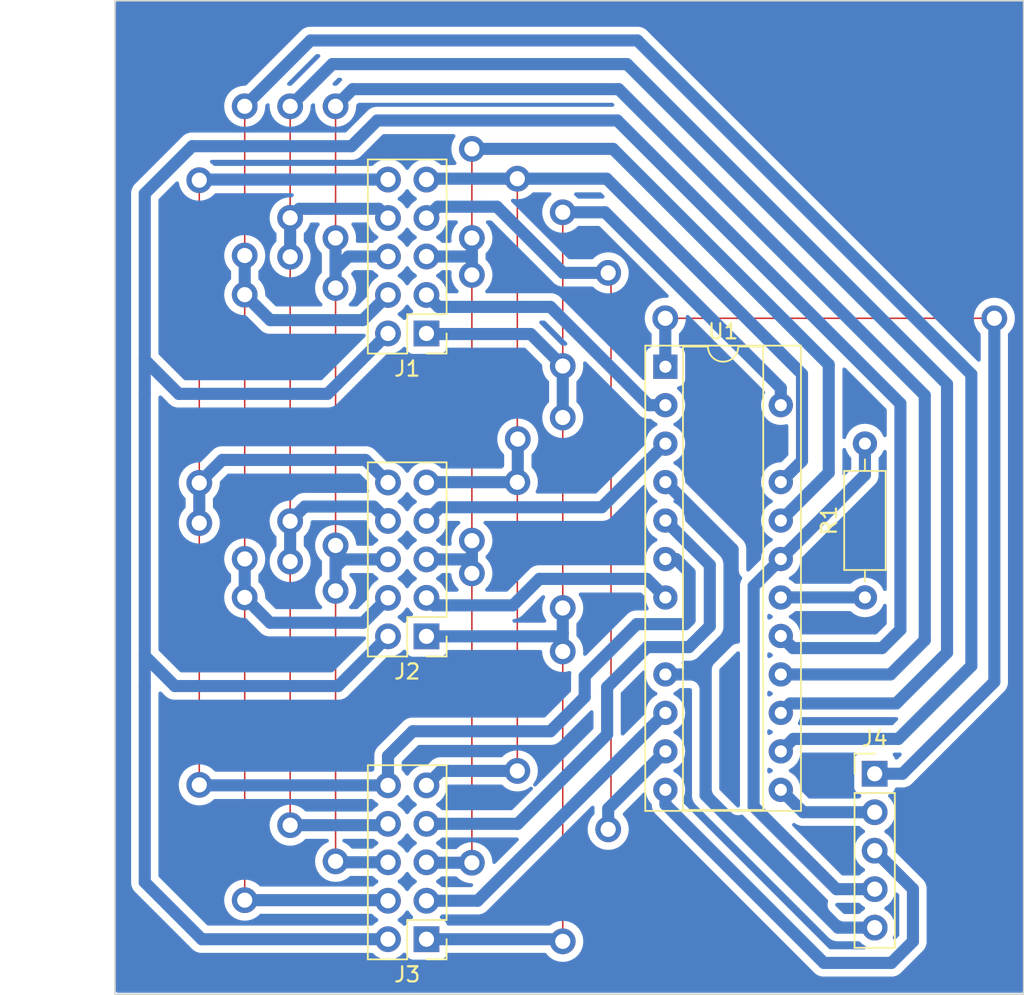
<source format=kicad_pcb>
(kicad_pcb (version 20221018) (generator pcbnew)
  (layers (0 "F.Cu" signal) (31 "B.Cu" signal) (34 "B.Paste" user) (35 "F.Paste" user) (36 "B.SilkS" user "B.Silkscreen") (37 "F.SilkS" user "F.Silkscreen") (38 "B.Mask" user) (39 "F.Mask" user) (44 "Edge.Cuts" user))
  (net 0 "")
  (net 1 "/d")
  (net 2 "/g")
  (net 3 "/0")
  (net 4 "/a")
  (net 5 "/c")
  (net 6 "/b")
  (net 7 "/1")
  (net 8 "/f")
  (net 9 "/e")
  (net 10 "/2")
  (net 11 "/DIN")
  (net 12 "/CLK")
  (net 13 "/LOAD")
  (net 14 "+5V")
  (net 15 "GND")
  (net 16 "Net-(U1-ISET)")
  (net 17 "/4")
  (net 18 "/6")
  (net 19 "/3")
  (net 20 "/5")
  (footprint "Resistor_THT:R_Axial_DIN0207_L6.3mm_D2.5mm_P10.16mm_Horizontal" (layer "F.Cu") (at 117.953 77.43 90)
    (fp_text reference "R1" (at 5.08 -2.37 90) (layer "F.SilkS"))
    (fp_text value "330K")
    (fp_line (start 1.04 0) (end 1.81 0) (stroke (width 0.12)) (layer "F.SilkS"))
    (fp_line (start 1.81 -1.37) (end 1.81 1.37) (stroke (width 0.12)) (layer "F.SilkS"))
    (fp_line (start 1.81 1.37) (end 8.35 1.37) (stroke (width 0.12)) (layer "F.SilkS"))
    (fp_line (start 8.35 -1.37) (end 1.81 -1.37) (stroke (width 0.12)) (layer "F.SilkS"))
    (fp_line (start 8.35 1.37) (end 8.35 -1.37) (stroke (width 0.12)) (layer "F.SilkS"))
    (fp_line (start 9.12 0) (end 8.35 0) (stroke (width 0.12)) (layer "F.SilkS"))
    (pad "1" thru_hole circle (at 0 0 90) (size 1.6 1.6) (drill 0.8) (layers "*.Cu" "*.Mask") (net 16 "Net-(U1-ISET)"))
    (pad "2" thru_hole oval (at 10.16 0 90) (size 1.6 1.6) (drill 0.8) (layers "*.Cu" "*.Mask") (net 14 "+5V"))
  )
  (footprint "Connector_PinHeader_2.54mm:PinHeader_2x05_P2.54mm_Vertical" (layer "F.Cu") (at 89 80 180)
    (fp_text reference "J2" (at 1.27 -2.33) (layer "F.SilkS"))
    (fp_text value "Conn_02x05_Odd_Even")
    (fp_line (start -1.33 -1.33) (end 0 -1.33) (stroke (width 0.12)) (layer "F.SilkS"))
    (fp_line (start -1.33 0) (end -1.33 -1.33) (stroke (width 0.12)) (layer "F.SilkS"))
    (fp_line (start -1.33 1.27) (end -1.33 11.49) (stroke (width 0.12)) (layer "F.SilkS"))
    (fp_line (start -1.33 1.27) (end 1.27 1.27) (stroke (width 0.12)) (layer "F.SilkS"))
    (fp_line (start -1.33 11.49) (end 3.87 11.49) (stroke (width 0.12)) (layer "F.SilkS"))
    (fp_line (start 1.27 -1.33) (end 3.87 -1.33) (stroke (width 0.12)) (layer "F.SilkS"))
    (fp_line (start 1.27 1.27) (end 1.27 -1.33) (stroke (width 0.12)) (layer "F.SilkS"))
    (fp_line (start 3.87 -1.33) (end 3.87 11.49) (stroke (width 0.12)) (layer "F.SilkS"))
    (pad "1" thru_hole rect (at 0 0 180) (size 1.7 1.7) (drill 1) (layers "*.Cu" "*.Mask") (net 1 "/d"))
    (pad "2" thru_hole oval (at 2.54 0 180) (size 1.7 1.7) (drill 1) (layers "*.Cu" "*.Mask") (net 2 "/g"))
    (pad "3" thru_hole oval (at 0 2.54 180) (size 1.7 1.7) (drill 1) (layers "*.Cu" "*.Mask") (net 19 "/3"))
    (pad "4" thru_hole oval (at 2.54 2.54 180) (size 1.7 1.7) (drill 1) (layers "*.Cu" "*.Mask") (net 4 "/a"))
    (pad "5" thru_hole oval (at 0 5.08 180) (size 1.7 1.7) (drill 1) (layers "*.Cu" "*.Mask") (net 5 "/c"))
    (pad "6" thru_hole oval (at 2.54 5.08 180) (size 1.7 1.7) (drill 1) (layers "*.Cu" "*.Mask") (net 6 "/b"))
    (pad "7" thru_hole oval (at 0 7.62 180) (size 1.7 1.7) (drill 1) (layers "*.Cu" "*.Mask") (net 17 "/4"))
    (pad "8" thru_hole oval (at 2.54 7.62 180) (size 1.7 1.7) (drill 1) (layers "*.Cu" "*.Mask") (net 8 "/f"))
    (pad "9" thru_hole oval (at 0 10.16 180) (size 1.7 1.7) (drill 1) (layers "*.Cu" "*.Mask") (net 9 "/e"))
    (pad "10" thru_hole oval (at 2.54 10.16 180) (size 1.7 1.7) (drill 1) (layers "*.Cu" "*.Mask") (net 10 "/2"))
  )
  (footprint "Connector_PinHeader_2.54mm:PinHeader_1x05_P2.54mm_Vertical" (layer "F.Cu") (at 118.597 89.074)
    (fp_text reference "J4" (at 0 -2.33) (layer "F.SilkS"))
    (fp_text value "Conn_01x05_Pin")
    (fp_line (start -1.33 -1.33) (end 0 -1.33) (stroke (width 0.12)) (layer "F.SilkS"))
    (fp_line (start -1.33 0) (end -1.33 -1.33) (stroke (width 0.12)) (layer "F.SilkS"))
    (fp_line (start -1.33 1.27) (end -1.33 11.49) (stroke (width 0.12)) (layer "F.SilkS"))
    (fp_line (start -1.33 1.27) (end 1.33 1.27) (stroke (width 0.12)) (layer "F.SilkS"))
    (fp_line (start -1.33 11.49) (end 1.33 11.49) (stroke (width 0.12)) (layer "F.SilkS"))
    (fp_line (start 1.33 1.27) (end 1.33 11.49) (stroke (width 0.12)) (layer "F.SilkS"))
    (pad "1" thru_hole rect (at 0 0) (size 1.7 1.7) (drill 1) (layers "*.Cu" "*.Mask") (net 11 "/DIN"))
    (pad "2" thru_hole oval (at 0 2.54) (size 1.7 1.7) (drill 1) (layers "*.Cu" "*.Mask") (net 12 "/CLK"))
    (pad "3" thru_hole oval (at 0 5.08) (size 1.7 1.7) (drill 1) (layers "*.Cu" "*.Mask") (net 13 "/LOAD"))
    (pad "4" thru_hole oval (at 0 7.62) (size 1.7 1.7) (drill 1) (layers "*.Cu" "*.Mask") (net 14 "+5V"))
    (pad "5" thru_hole oval (at 0 10.16) (size 1.7 1.7) (drill 1) (layers "*.Cu" "*.Mask") (net 15 "GND"))
  )
  (footprint "Connector_PinHeader_2.54mm:PinHeader_2x05_P2.54mm_Vertical" (layer "F.Cu") (at 89 100 180)
    (fp_text reference "J3" (at 1.27 -2.33) (layer "F.SilkS"))
    (fp_text value "Conn_02x05_Odd_Even")
    (fp_line (start -1.33 -1.33) (end 0 -1.33) (stroke (width 0.12)) (layer "F.SilkS"))
    (fp_line (start -1.33 0) (end -1.33 -1.33) (stroke (width 0.12)) (layer "F.SilkS"))
    (fp_line (start -1.33 1.27) (end -1.33 11.49) (stroke (width 0.12)) (layer "F.SilkS"))
    (fp_line (start -1.33 1.27) (end 1.27 1.27) (stroke (width 0.12)) (layer "F.SilkS"))
    (fp_line (start -1.33 11.49) (end 3.87 11.49) (stroke (width 0.12)) (layer "F.SilkS"))
    (fp_line (start 1.27 -1.33) (end 3.87 -1.33) (stroke (width 0.12)) (layer "F.SilkS"))
    (fp_line (start 1.27 1.27) (end 1.27 -1.33) (stroke (width 0.12)) (layer "F.SilkS"))
    (fp_line (start 3.87 -1.33) (end 3.87 11.49) (stroke (width 0.12)) (layer "F.SilkS"))
    (pad "1" thru_hole rect (at 0 0 180) (size 1.7 1.7) (drill 1) (layers "*.Cu" "*.Mask") (net 1 "/d"))
    (pad "2" thru_hole oval (at 2.54 0 180) (size 1.7 1.7) (drill 1) (layers "*.Cu" "*.Mask") (net 2 "/g"))
    (pad "3" thru_hole oval (at 0 2.54 180) (size 1.7 1.7) (drill 1) (layers "*.Cu" "*.Mask") (net 20 "/5"))
    (pad "4" thru_hole oval (at 2.54 2.54 180) (size 1.7 1.7) (drill 1) (layers "*.Cu" "*.Mask") (net 4 "/a"))
    (pad "5" thru_hole oval (at 0 5.08 180) (size 1.7 1.7) (drill 1) (layers "*.Cu" "*.Mask") (net 5 "/c"))
    (pad "6" thru_hole oval (at 2.54 5.08 180) (size 1.7 1.7) (drill 1) (layers "*.Cu" "*.Mask") (net 6 "/b"))
    (pad "7" thru_hole oval (at 0 7.62 180) (size 1.7 1.7) (drill 1) (layers "*.Cu" "*.Mask") (net 18 "/6"))
    (pad "8" thru_hole oval (at 2.54 7.62 180) (size 1.7 1.7) (drill 1) (layers "*.Cu" "*.Mask") (net 8 "/f"))
    (pad "9" thru_hole oval (at 0 10.16 180) (size 1.7 1.7) (drill 1) (layers "*.Cu" "*.Mask") (net 9 "/e"))
    (pad "10" thru_hole oval (at 2.54 10.16 180) (size 1.7 1.7) (drill 1) (layers "*.Cu" "*.Mask") (net 10 "/2"))
  )
  (footprint "Package_DIP:DIP-24_W7.62mm_Socket" (layer "F.Cu") (at 104.778 62.196)
    (fp_text reference "U1" (at 3.81 -2.33) (layer "F.SilkS"))
    (fp_text value "MAX7219")
    (fp_line (start -1.33 -1.39) (end -1.33 29.33) (stroke (width 0.12)) (layer "F.SilkS"))
    (fp_line (start -1.33 29.33) (end 8.95 29.33) (stroke (width 0.12)) (layer "F.SilkS"))
    (fp_line (start 1.16 -1.33) (end 1.16 29.27) (stroke (width 0.12)) (layer "F.SilkS"))
    (fp_line (start 1.16 29.27) (end 6.46 29.27) (stroke (width 0.12)) (layer "F.SilkS"))
    (fp_line (start 2.81 -1.33) (end 1.16 -1.33) (stroke (width 0.12)) (layer "F.SilkS"))
    (fp_line (start 6.46 -1.33) (end 4.81 -1.33) (stroke (width 0.12)) (layer "F.SilkS"))
    (fp_line (start 6.46 29.27) (end 6.46 -1.33) (stroke (width 0.12)) (layer "F.SilkS"))
    (fp_line (start 8.95 -1.39) (end -1.33 -1.39) (stroke (width 0.12)) (layer "F.SilkS"))
    (fp_line (start 8.95 29.33) (end 8.95 -1.39) (stroke (width 0.12)) (layer "F.SilkS"))
    (fp_arc (start 4.81 -1.33) (mid 3.81 -0.33) (end 2.81 -1.33) (stroke (width 0.12)) (layer "F.SilkS"))
    (pad "1" thru_hole rect (at 0 0) (size 1.6 1.6) (drill 0.8) (layers "*.Cu" "*.Mask") (net 11 "/DIN"))
    (pad "2" thru_hole oval (at 0 2.54) (size 1.6 1.6) (drill 0.8) (layers "*.Cu" "*.Mask") (net 3 "/0"))
    (pad "3" thru_hole oval (at 0 5.08) (size 1.6 1.6) (drill 0.8) (layers "*.Cu" "*.Mask") (net 17 "/4"))
    (pad "4" thru_hole oval (at 0 7.62) (size 1.6 1.6) (drill 0.8) (layers "*.Cu" "*.Mask") (net 15 "GND"))
    (pad "5" thru_hole oval (at 0 10.16) (size 1.6 1.6) (drill 0.8) (layers "*.Cu" "*.Mask") (net 18 "/6"))
    (pad "6" thru_hole oval (at 0 12.7) (size 1.6 1.6) (drill 0.8) (layers "*.Cu" "*.Mask") (net 10 "/2"))
    (pad "7" thru_hole oval (at 0 15.24) (size 1.6 1.6) (drill 0.8) (layers "*.Cu" "*.Mask") (net 19 "/3"))
    (pad "9" thru_hole oval (at 0 20.32) (size 1.6 1.6) (drill 0.8) (layers "*.Cu" "*.Mask") (net 15 "GND"))
    (pad "10" thru_hole oval (at 0 22.86) (size 1.6 1.6) (drill 0.8) (layers "*.Cu" "*.Mask") (net 20 "/5"))
    (pad "11" thru_hole oval (at 0 25.4) (size 1.6 1.6) (drill 0.8) (layers "*.Cu" "*.Mask") (net 7 "/1"))
    (pad "12" thru_hole oval (at 0 27.94) (size 1.6 1.6) (drill 0.8) (layers "*.Cu" "*.Mask") (net 13 "/LOAD"))
    (pad "13" thru_hole oval (at 7.62 27.94) (size 1.6 1.6) (drill 0.8) (layers "*.Cu" "*.Mask") (net 12 "/CLK"))
    (pad "14" thru_hole oval (at 7.62 25.4) (size 1.6 1.6) (drill 0.8) (layers "*.Cu" "*.Mask") (net 4 "/a"))
    (pad "15" thru_hole oval (at 7.62 22.86) (size 1.6 1.6) (drill 0.8) (layers "*.Cu" "*.Mask") (net 8 "/f"))
    (pad "16" thru_hole oval (at 7.62 20.32) (size 1.6 1.6) (drill 0.8) (layers "*.Cu" "*.Mask") (net 6 "/b"))
    (pad "17" thru_hole oval (at 7.62 17.78) (size 1.6 1.6) (drill 0.8) (layers "*.Cu" "*.Mask") (net 2 "/g"))
    (pad "18" thru_hole oval (at 7.62 15.24) (size 1.6 1.6) (drill 0.8) (layers "*.Cu" "*.Mask") (net 16 "Net-(U1-ISET)"))
    (pad "19" thru_hole oval (at 7.62 12.7) (size 1.6 1.6) (drill 0.8) (layers "*.Cu" "*.Mask") (net 14 "+5V"))
    (pad "20" thru_hole oval (at 7.62 10.16) (size 1.6 1.6) (drill 0.8) (layers "*.Cu" "*.Mask") (net 5 "/c"))
    (pad "21" thru_hole oval (at 7.62 7.62) (size 1.6 1.6) (drill 0.8) (layers "*.Cu" "*.Mask") (net 9 "/e"))
    (pad "23" thru_hole oval (at 7.62 2.54) (size 1.6 1.6) (drill 0.8) (layers "*.Cu" "*.Mask") (net 1 "/d"))
  )
  (footprint "Connector_PinHeader_2.54mm:PinHeader_2x05_P2.54mm_Vertical" (layer "F.Cu") (at 89 60 180)
    (fp_text reference "J1" (at 1.27 -2.33) (layer "F.SilkS"))
    (fp_text value "Conn_02x05_Odd_Even")
    (fp_line (start -1.33 -1.33) (end 0 -1.33) (stroke (width 0.12)) (layer "F.SilkS"))
    (fp_line (start -1.33 0) (end -1.33 -1.33) (stroke (width 0.12)) (layer "F.SilkS"))
    (fp_line (start -1.33 1.27) (end -1.33 11.49) (stroke (width 0.12)) (layer "F.SilkS"))
    (fp_line (start -1.33 1.27) (end 1.27 1.27) (stroke (width 0.12)) (layer "F.SilkS"))
    (fp_line (start -1.33 11.49) (end 3.87 11.49) (stroke (width 0.12)) (layer "F.SilkS"))
    (fp_line (start 1.27 -1.33) (end 3.87 -1.33) (stroke (width 0.12)) (layer "F.SilkS"))
    (fp_line (start 1.27 1.27) (end 1.27 -1.33) (stroke (width 0.12)) (layer "F.SilkS"))
    (fp_line (start 3.87 -1.33) (end 3.87 11.49) (stroke (width 0.12)) (layer "F.SilkS"))
    (pad "1" thru_hole rect (at 0 0 180) (size 1.7 1.7) (drill 1) (layers "*.Cu" "*.Mask") (net 1 "/d"))
    (pad "2" thru_hole oval (at 2.54 0 180) (size 1.7 1.7) (drill 1) (layers "*.Cu" "*.Mask") (net 2 "/g"))
    (pad "3" thru_hole oval (at 0 2.54 180) (size 1.7 1.7) (drill 1) (layers "*.Cu" "*.Mask") (net 3 "/0"))
    (pad "4" thru_hole oval (at 2.54 2.54 180) (size 1.7 1.7) (drill 1) (layers "*.Cu" "*.Mask") (net 4 "/a"))
    (pad "5" thru_hole oval (at 0 5.08 180) (size 1.7 1.7) (drill 1) (layers "*.Cu" "*.Mask") (net 5 "/c"))
    (pad "6" thru_hole oval (at 2.54 5.08 180) (size 1.7 1.7) (drill 1) (layers "*.Cu" "*.Mask") (net 6 "/b"))
    (pad "7" thru_hole oval (at 0 7.62 180) (size 1.7 1.7) (drill 1) (layers "*.Cu" "*.Mask") (net 7 "/1"))
    (pad "8" thru_hole oval (at 2.54 7.62 180) (size 1.7 1.7) (drill 1) (layers "*.Cu" "*.Mask") (net 8 "/f"))
    (pad "9" thru_hole oval (at 0 10.16 180) (size 1.7 1.7) (drill 1) (layers "*.Cu" "*.Mask") (net 9 "/e"))
    (pad "10" thru_hole oval (at 2.54 10.16 180) (size 1.7 1.7) (drill 1) (layers "*.Cu" "*.Mask") (net 10 "/2"))
  )
  (gr_rect (start 68.43 38.036) (end 128.43 103.632) (stroke (width 0.1)) (fill none) (layer "Edge.Cuts"))
  (segment (start 98 81.675) (end 98 100.141) (width 0.1) (layer "F.Cu") (net 1))
  (segment (start 98 52) (end 98 62.152) (width 0.1) (layer "F.Cu") (net 1))
  (segment (start 98 65.551) (end 98 78.1285) (width 0.1) (layer "F.Cu") (net 1))
  (via (at 98 81) (size 1.7) (drill 1) (layers "F.Cu" "B.Cu") (net 1))
  (via (at 98 100.141) (size 1.7) (drill 1) (layers "F.Cu" "B.Cu") (net 1))
  (via (at 98 65.551) (size 1.7) (drill 1) (layers "F.Cu" "B.Cu") (net 1))
  (via (at 98 62.152) (size 1.7) (drill 1) (layers "F.Cu" "B.Cu") (net 1))
  (via (at 98 78.1285) (size 1.7) (drill 1) (layers "F.Cu" "B.Cu") (net 1))
  (via (at 98 52) (size 1.7) (drill 1) (layers "F.Cu" "B.Cu") (net 1))
  (segment (start 89.026 60.026) (end 89 60) (width 0.8) (layer "B.Cu") (net 1))
  (segment (start 98 78.1285) (end 98 79.791) (width 0.8) (layer "B.Cu") (net 1))
  (segment (start 112.398 63.60463) (end 100.79337 52) (width 0.8) (layer "B.Cu") (net 1))
  (segment (start 97.859 100) (end 89 100) (width 0.8) (layer "B.Cu") (net 1))
  (segment (start 98 62.152) (end 95.887 60.039) (width 0.8) (layer "B.Cu") (net 1))
  (segment (start 98 62.152) (end 98 65.551) (width 0.8) (layer "B.Cu") (net 1))
  (segment (start 112.398 64.736) (end 112.398 63.60463) (width 0.8) (layer "B.Cu") (net 1))
  (segment (start 98 79.791) (end 98 81) (width 0.8) (layer "B.Cu") (net 1))
  (segment (start 98 100.141) (end 97.859 100) (width 0.8) (layer "B.Cu") (net 1))
  (segment (start 97.791 80) (end 98 79.791) (width 0.8) (layer "B.Cu") (net 1))
  (segment (start 89.039 60.039) (end 89 60) (width 0.8) (layer "B.Cu") (net 1))
  (segment (start 100.79337 52) (end 98 52) (width 0.8) (layer "B.Cu") (net 1))
  (segment (start 95.887 60.039) (end 89.039 60.039) (width 0.8) (layer "B.Cu") (net 1))
  (segment (start 89 80) (end 97.791 80) (width 0.8) (layer "B.Cu") (net 1))
  (segment (start 70.4 63.99) (end 70.4 81.293) (width 0.8) (layer "B.Cu") (net 2))
  (segment (start 113.197999 80.775999) (end 112.398 79.976) (width 0.8) (layer "B.Cu") (net 2))
  (segment (start 85.752 45.937) (end 101.6 45.937) (width 0.8) (layer "B.Cu") (net 2))
  (segment (start 70.4 96.236) (end 74.164 100) (width 0.8) (layer "B.Cu") (net 2))
  (segment (start 70.4 63.99) (end 70.4 61.745) (width 0.8) (layer "B.Cu") (net 2))
  (segment (start 86.46 60) (end 82.47 63.99) (width 0.8) (layer "B.Cu") (net 2))
  (segment (start 83.177 83.283) (end 72.39 83.283) (width 0.8) (layer "B.Cu") (net 2))
  (segment (start 70.4 81.293) (end 70.4 83.283) (width 0.8) (layer "B.Cu") (net 2))
  (segment (start 119.081001 80.775999) (end 113.197999 80.775999) (width 0.8) (layer "B.Cu") (net 2))
  (segment (start 101.6 45.937) (end 120.296 64.633) (width 0.8) (layer "B.Cu") (net 2))
  (segment (start 82.47 63.99) (end 72.645 63.99) (width 0.8) (layer "B.Cu") (net 2))
  (segment (start 120.296 64.633) (end 120.296 79.561) (width 0.8) (layer "B.Cu") (net 2))
  (segment (start 74.164 100) (end 86.46 100) (width 0.8) (layer "B.Cu") (net 2))
  (segment (start 72.645 63.99) (end 70.4 61.745) (width 0.8) (layer "B.Cu") (net 2))
  (segment (start 70.4 61.745) (end 70.4 50.77) (width 0.8) (layer "B.Cu") (net 2))
  (segment (start 73.534 47.636) (end 84.053 47.636) (width 0.8) (layer "B.Cu") (net 2))
  (segment (start 120.296 79.561) (end 119.081001 80.775999) (width 0.8) (layer "B.Cu") (net 2))
  (segment (start 70.4 50.77) (end 73.534 47.636) (width 0.8) (layer "B.Cu") (net 2))
  (segment (start 72.39 83.283) (end 70.4 81.293) (width 0.8) (layer "B.Cu") (net 2))
  (segment (start 86.46 80) (end 83.177 83.283) (width 0.8) (layer "B.Cu") (net 2))
  (segment (start 70.4 83.283) (end 70.4 96.236) (width 0.8) (layer "B.Cu") (net 2))
  (segment (start 84.053 47.636) (end 85.752 45.937) (width 0.8) (layer "B.Cu") (net 2))
  (segment (start 89 57.46) (end 89.788 58.248) (width 0.8) (layer "B.Cu") (net 3))
  (segment (start 97.191 58.248) (end 103.679 64.736) (width 0.8) (layer "B.Cu") (net 3))
  (segment (start 103.679 64.736) (end 104.778 64.736) (width 0.8) (layer "B.Cu") (net 3))
  (segment (start 89.788 58.248) (end 97.191 58.248) (width 0.8) (layer "B.Cu") (net 3))
  (segment (start 89.328 57.788) (end 89 57.46) (width 0.8) (layer "B.Cu") (net 3))
  (segment (start 77 97.421) (end 77 77.431) (width 0.1) (layer "F.Cu") (net 4))
  (segment (start 77 54.855) (end 77 45) (width 0.1) (layer "F.Cu") (net 4))
  (segment (start 77 74.889) (end 77 57.439) (width 0.1) (layer "F.Cu") (net 4))
  (via (at 77 57.439) (size 1.7) (drill 1) (layers "F.Cu" "B.Cu") (net 4))
  (via (at 77 77.431) (size 1.7) (drill 1) (layers "F.Cu" "B.Cu") (net 4))
  (via (at 77 54.855) (size 1.7) (drill 1) (layers "F.Cu" "B.Cu") (net 4))
  (via (at 77 97.421) (size 1.7) (drill 1) (layers "F.Cu" "B.Cu") (net 4))
  (via (at 77 74.889) (size 1.7) (drill 1) (layers "F.Cu" "B.Cu") (net 4))
  (via (at 77 45) (size 1.7) (drill 1) (layers "F.Cu" "B.Cu") (net 4))
  (segment (start 112.398 87.596) (end 113.22 86.774) (width 0.8) (layer "B.Cu") (net 4))
  (segment (start 77 74.889) (end 77 77.431) (width 0.8) (layer "B.Cu") (net 4))
  (segment (start 86.46 97.46) (end 86.499 97.421) (width 0.8) (layer "B.Cu") (net 4))
  (segment (start 86.499 97.421) (end 77 97.421) (width 0.8) (layer "B.Cu") (net 4))
  (segment (start 113.22 86.774) (end 120.158 86.774) (width 0.8) (layer "B.Cu") (net 4))
  (segment (start 124.981 81.951) (end 124.981 62.703) (width 0.8) (layer "B.Cu") (net 4))
  (segment (start 84.8 59.12) (end 86.46 57.46) (width 0.8) (layer "B.Cu") (net 4))
  (segment (start 77 54.855) (end 77 57.439) (width 0.8) (layer "B.Cu") (net 4))
  (segment (start 102.932 40.654) (end 81.346 40.654) (width 0.8) (layer "B.Cu") (net 4))
  (segment (start 120.158 86.774) (end 124.981 81.951) (width 0.8) (layer "B.Cu") (net 4))
  (segment (start 81.346 40.654) (end 77 45) (width 0.8) (layer "B.Cu") (net 4))
  (segment (start 77 77.431) (end 78.671 79.102) (width 0.8) (layer "B.Cu") (net 4))
  (segment (start 124.981 62.703) (end 102.932 40.654) (width 0.8) (layer "B.Cu") (net 4))
  (segment (start 78.681 59.12) (end 84.8 59.12) (width 0.8) (layer "B.Cu") (net 4))
  (segment (start 78.671 79.102) (end 84.818 79.102) (width 0.8) (layer "B.Cu") (net 4))
  (segment (start 84.818 79.102) (end 86.46 77.46) (width 0.8) (layer "B.Cu") (net 4))
  (segment (start 77 57.439) (end 78.681 59.12) (width 0.8) (layer "B.Cu") (net 4))
  (segment (start 92 75.841) (end 92 94.95) (width 0.1) (layer "F.Cu") (net 5))
  (segment (start 92 47) (end 92 53.838) (width 0.1) (layer "F.Cu") (net 5))
  (segment (start 92 56.226) (end 92 73.682) (width 0.1) (layer "F.Cu") (net 5))
  (segment (start 92.091 56.135) (end 92 56.226) (width 0.1) (layer "F.Cu") (net 5))
  (via (at 92 53.7) (size 1.7) (drill 1) (layers "F.Cu" "B.Cu") (net 5))
  (via (at 92 75.841) (size 1.7) (drill 1) (layers "F.Cu" "B.Cu") (net 5))
  (via (at 92 56.135) (size 1.7) (drill 1) (layers "F.Cu" "B.Cu") (net 5))
  (via (at 92 73.682) (size 1.7) (drill 1) (layers "F.Cu" "B.Cu") (net 5))
  (via (at 92 94.95) (size 1.7) (drill 1) (layers "F.Cu" "B.Cu") (net 5))
  (via (at 92 47.814) (size 1.7) (drill 1) (layers "F.Cu" "B.Cu") (net 5))
  (segment (start 92 73.682) (end 92 74.922) (width 0.8) (layer "B.Cu") (net 5))
  (segment (start 91.928 54.92) (end 92 54.848) (width 0.8) (layer "B.Cu") (net 5))
  (segment (start 91.998 74.92) (end 92 74.922) (width 0.8) (layer "B.Cu") (net 5))
  (segment (start 92 74.922) (end 92 75.841) (width 0.8) (layer "B.Cu") (net 5))
  (segment (start 92 94.95) (end 89.03 94.95) (width 0.8) (layer "B.Cu") (net 5))
  (segment (start 115.564 62.06) (end 101.318 47.814) (width 0.8) (layer "B.Cu") (net 5))
  (segment (start 92 54.848) (end 92 56.135) (width 0.8) (layer "B.Cu") (net 5))
  (segment (start 101.318 47.814) (end 92 47.814) (width 0.8) (layer "B.Cu") (net 5))
  (segment (start 89 74.92) (end 91.998 74.92) (width 0.8) (layer "B.Cu") (net 5))
  (segment (start 112.398 72.356) (end 115.564 69.19) (width 0.8) (layer "B.Cu") (net 5))
  (segment (start 92 53.7) (end 92 54.848) (width 0.8) (layer "B.Cu") (net 5))
  (segment (start 115.564 69.19) (end 115.564 62.06) (width 0.8) (layer "B.Cu") (net 5))
  (segment (start 89 54.92) (end 91.928 54.92) (width 0.8) (layer "B.Cu") (net 5))
  (segment (start 89.03 94.95) (end 89 94.92) (width 0.8) (layer "B.Cu") (net 5))
  (segment (start 83 45) (end 83 53.696) (width 0.1) (layer "F.Cu") (net 6))
  (segment (start 83 77) (end 83 94.858) (width 0.1) (layer "F.Cu") (net 6))
  (segment (start 83 53.696) (end 82.996 53.7) (width 0.8) (layer "F.Cu") (net 6))
  (segment (start 83 57) (end 83 74) (width 0.1) (layer "F.Cu") (net 6))
  (via (at 83 45) (size 1.7) (drill 1) (layers "F.Cu" "B.Cu") (net 6))
  (via (at 83 57) (size 1.7) (drill 1) (layers "F.Cu" "B.Cu") (net 6))
  (via (at 83 77) (size 1.7) (drill 1) (layers "F.Cu" "B.Cu") (net 6))
  (via (at 83 94.858) (size 1.7) (drill 1) (layers "F.Cu" "B.Cu") (net 6))
  (via (at 82.996 53.7) (size 1.7) (drill 1) (layers "F.Cu" "B.Cu") (net 6))
  (via (at 83 74) (size 1.7) (drill 1) (layers "F.Cu" "B.Cu") (net 6))
  (segment (start 83.508 74.92) (end 83 75.428) (width 0.8) (layer "B.Cu") (net 6))
  (segment (start 119.638 82.516) (end 112.398 82.516) (width 0.8) (layer "B.Cu") (net 6))
  (segment (start 82.996 56.996) (end 83 57) (width 0.8) (layer "B.Cu") (net 6))
  (segment (start 82.996 53.7) (end 82.996 56.996) (width 0.8) (layer "B.Cu") (net 6))
  (segment (start 86.422 74.882) (end 86.46 74.92) (width 0.8) (layer "B.Cu") (net 6))
  (segment (start 83.847 54.92) (end 83 55.767) (width 0.8) (layer "B.Cu") (net 6))
  (segment (start 86.45 54.93) (end 86.46 54.92) (width 0.8) (layer "B.Cu") (net 6))
  (segment (start 83 55.767) (end 83 57) (width 0.8) (layer "B.Cu") (net 6))
  (segment (start 84.13 43.87) (end 101.692 43.87) (width 0.8) (layer "B.Cu") (net 6))
  (segment (start 101.692 43.87) (end 121.904 64.082) (width 0.8) (layer "B.Cu") (net 6))
  (segment (start 86.448 94.908) (end 86.46 94.92) (width 0.8) (layer "B.Cu") (net 6))
  (segment (start 83 74) (end 83 75.428) (width 0.8) (layer "B.Cu") (net 6))
  (segment (start 86.46 94.92) (end 83.062 94.92) (width 0.8) (layer "B.Cu") (net 6))
  (segment (start 121.904 80.25) (end 119.638 82.516) (width 0.8) (layer "B.Cu") (net 6))
  (segment (start 83.062 94.92) (end 83 94.858) (width 0.8) (layer "B.Cu") (net 6))
  (segment (start 121.904 64.082) (end 121.904 80.25) (width 0.8) (layer "B.Cu") (net 6))
  (segment (start 83 45) (end 84.13 43.87) (width 0.8) (layer "B.Cu") (net 6))
  (segment (start 86.46 54.92) (end 83.847 54.92) (width 0.8) (layer "B.Cu") (net 6))
  (segment (start 83 75.428) (end 83 77) (width 0.8) (layer "B.Cu") (net 6))
  (segment (start 86.46 74.92) (end 83.508 74.92) (width 0.8) (layer "B.Cu") (net 6))
  (segment (start 101.187 92.558) (end 101 92.745) (width 0.1) (layer "F.Cu") (net 7))
  (segment (start 101 56) (end 101.187 56.187) (width 0.1) (layer "F.Cu") (net 7))
  (segment (start 101.187 56.187) (end 101.187 92.558) (width 0.1) (layer "F.Cu") (net 7))
  (via (at 101 56) (size 1.7) (drill 1) (layers "F.Cu" "B.Cu") (net 7))
  (via (at 101 92.745) (size 1.7) (drill 1) (layers "F.Cu" "B.Cu") (net 7))
  (segment (start 98.02 56) (end 93.653 51.633) (width 0.8) (layer "B.Cu") (net 7))
  (segment (start 101 56) (end 98.02 56) (width 0.8) (layer "B.Cu") (net 7))
  (segment (start 101 91.374) (end 104.778 87.596) (width 0.8) (layer "B.Cu") (net 7))
  (segment (start 93.653 51.633) (end 89.747 51.633) (width 0.8) (layer "B.Cu") (net 7))
  (segment (start 89.747 51.633) (end 89 52.38) (width 0.8) (layer "B.Cu") (net 7))
  (segment (start 101 92.745) (end 101 91.374) (width 0.8) (layer "B.Cu") (net 7))
  (segment (start 80 75.06) (end 80 92.47) (width 0.1) (layer "F.Cu") (net 8))
  (segment (start 80 45) (end 80 52.368) (width 0.1) (layer "F.Cu") (net 8))
  (segment (start 80 54.94) (end 80 72.396) (width 0.1) (layer "F.Cu") (net 8))
  (via (at 80 72.396) (size 1.7) (drill 1) (layers "F.Cu" "B.Cu") (net 8))
  (via (at 80 75.06) (size 1.7) (drill 1) (layers "F.Cu" "B.Cu") (net 8))
  (via (at 80 92.47) (size 1.7) (drill 1) (layers "F.Cu" "B.Cu") (net 8))
  (via (at 80 52.368) (size 1.7) (drill 1) (layers "F.Cu" "B.Cu") (net 8))
  (via (at 80 54.94) (size 1.7) (drill 1) (layers "F.Cu" "B.Cu") (net 8))
  (via (at 80 45) (size 1.7) (drill 1) (layers "F.Cu" "B.Cu") (net 8))
  (segment (start 85.851 51.771) (end 86.46 52.38) (width 0.8) (layer "B.Cu") (net 8))
  (segment (start 80 72.396) (end 80 75.06) (width 0.8) (layer "B.Cu") (net 8))
  (segment (start 102.243 42.216) (end 123.374 63.347) (width 0.8) (layer "B.Cu") (net 8))
  (segment (start 123.374 63.347) (end 123.374 81.077) (width 0.8) (layer "B.Cu") (net 8))
  (segment (start 113.023 84.431) (end 112.398 85.056) (width 0.8) (layer "B.Cu") (net 8))
  (segment (start 120.02 84.431) (end 113.023 84.431) (width 0.8) (layer "B.Cu") (net 8))
  (segment (start 80.597 51.771) (end 85.851 51.771) (width 0.8) (layer "B.Cu") (net 8))
  (segment (start 80.965 71.431) (end 85.511 71.431) (width 0.8) (layer "B.Cu") (net 8))
  (segment (start 86.37 92.47) (end 86.46 92.38) (width 0.8) (layer "B.Cu") (net 8))
  (segment (start 80 52.368) (end 80.597 51.771) (width 0.8) (layer "B.Cu") (net 8))
  (segment (start 80 72.396) (end 80.965 71.431) (width 0.8) (layer "B.Cu") (net 8))
  (segment (start 123.374 81.077) (end 120.02 84.431) (width 0.8) (layer "B.Cu") (net 8))
  (segment (start 82.784 42.216) (end 102.243 42.216) (width 0.8) (layer "B.Cu") (net 8))
  (segment (start 85.511 71.431) (end 86.46 72.38) (width 0.8) (layer "B.Cu") (net 8))
  (segment (start 80 45) (end 82.784 42.216) (width 0.8) (layer "B.Cu") (net 8))
  (segment (start 80 92.47) (end 86.37 92.47) (width 0.8) (layer "B.Cu") (net 8))
  (segment (start 80 52.368) (end 80 54.94) (width 0.8) (layer "B.Cu") (net 8))
  (segment (start 95 49.783) (end 95 66.94305) (width 0.1) (layer "F.Cu") (net 9))
  (segment (start 95 66.94305) (end 95.03195 66.975) (width 0.8) (layer "F.Cu") (net 9))
  (segment (start 95 69.823) (end 95 88.887) (width 0.1) (layer "F.Cu") (net 9))
  (via (at 95 69.823) (size 1.7) (drill 1) (layers "F.Cu" "B.Cu") (net 9))
  (via (at 95 49.783) (size 1.7) (drill 1) (layers "F.Cu" "B.Cu") (net 9))
  (via (at 95 88.887) (size 1.7) (drill 1) (layers "F.Cu" "B.Cu") (net 9))
  (via (at 95.03195 66.975) (size 1.7) (drill 1) (layers "F.Cu" "B.Cu") (net 9))
  (segment (start 100.898 49.783) (end 95 49.783) (width 0.8) (layer "B.Cu") (net 9))
  (segment (start 95.03195 66.975) (end 95.03195 69.79105) (width 0.8) (layer "B.Cu") (net 9))
  (segment (start 95 88.887) (end 89.953 88.887) (width 0.8) (layer "B.Cu") (net 9))
  (segment (start 95 69.823) (end 89.017 69.823) (width 0.8) (layer "B.Cu") (net 9))
  (segment (start 89.017 69.823) (end 89 69.84) (width 0.8) (layer "B.Cu") (net 9))
  (segment (start 89.057 49.783) (end 89 49.84) (width 0.8) (layer "B.Cu") (net 9))
  (segment (start 113.798 68.416) (end 113.798 62.683) (width 0.8) (layer "B.Cu") (net 9))
  (segment (start 95.03195 69.79105) (end 95 69.823) (width 0.8) (layer "B.Cu") (net 9))
  (segment (start 113.798 62.683) (end 100.898 49.783) (width 0.8) (layer "B.Cu") (net 9))
  (segment (start 112.398 69.816) (end 113.798 68.416) (width 0.8) (layer "B.Cu") (net 9))
  (segment (start 95 49.783) (end 89.057 49.783) (width 0.8) (layer "B.Cu") (net 9))
  (segment (start 89.953 88.887) (end 89 89.84) (width 0.8) (layer "B.Cu") (net 9))
  (segment (start 74 52.486) (end 74 52.827) (width 0.1) (layer "F.Cu") (net 10))
  (segment (start 74 52.827) (end 74 69.868) (width 0.1) (layer "F.Cu") (net 10))
  (segment (start 74 49.881) (end 74 52.827) (width 0.1) (layer "F.Cu") (net 10))
  (segment (start 74 72.52) (end 74 89.809) (width 0.1) (layer "F.Cu") (net 10))
  (via (at 74 69.868) (size 1.7) (drill 1) (layers "F.Cu" "B.Cu") (net 10))
  (via (at 74 89.809) (size 1.7) (drill 1) (layers "F.Cu" "B.Cu") (net 10))
  (via (at 74 72.52) (size 1.7) (drill 1) (layers "F.Cu" "B.Cu") (net 10))
  (via (at 74 49.881) (size 1.7) (drill 1) (layers "F.Cu" "B.Cu") (net 10))
  (segment (start 86.46 49.84) (end 74.041 49.84) (width 0.8) (layer "B.Cu") (net 10))
  (segment (start 84.973 68.353) (end 86.46 69.84) (width 0.8) (layer "B.Cu") (net 10))
  (segment (start 106.377 75.795) (end 106.377 78.919) (width 0.8) (layer "B.Cu") (net 10))
  (segment (start 75.515 68.353) (end 84.973 68.353) (width 0.8) (layer "B.Cu") (net 10))
  (segment (start 86.46 89.84) (end 74.031 89.84) (width 0.8) (layer "B.Cu") (net 10))
  (segment (start 74.031 89.84) (end 74 89.809) (width 0.8) (layer "B.Cu") (net 10))
  (segment (start 74 69.868) (end 74 72.52) (width 0.8) (layer "B.Cu") (net 10))
  (segment (start 106.102 79.194) (end 102.886 79.194) (width 0.8) (layer "B.Cu") (net 10))
  (segment (start 99.45 82.63) (end 99.45 84.008) (width 0.8) (layer "B.Cu") (net 10))
  (segment (start 99.45 84.008) (end 97.19 86.268) (width 0.8) (layer "B.Cu") (net 10))
  (segment (start 97.19 86.268) (end 88.095 86.268) (width 0.8) (layer "B.Cu") (net 10))
  (segment (start 74 69.868) (end 75.515 68.353) (width 0.8) (layer "B.Cu") (net 10))
  (segment (start 106.377 78.919) (end 106.102 79.194) (width 0.8) (layer "B.Cu") (net 10))
  (segment (start 86.46 87.903) (end 86.46 89.84) (width 0.8) (layer "B.Cu") (net 10))
  (segment (start 74.041 49.84) (end 74 49.881) (width 0.8) (layer "B.Cu") (net 10))
  (segment (start 105.478 74.896) (end 106.377 75.795) (width 0.8) (layer "B.Cu") (net 10))
  (segment (start 88.095 86.268) (end 86.46 87.903) (width 0.8) (layer "B.Cu") (net 10))
  (segment (start 102.886 79.194) (end 99.45 82.63) (width 0.8) (layer "B.Cu") (net 10))
  (segment (start 104.778 74.896) (end 105.478 74.896) (width 0.8) (layer "B.Cu") (net 10))
  (segment (start 126.497 59) (end 104.77 59) (width 0.1) (layer "F.Cu") (net 11))
  (via (at 104.77 59) (size 1.7) (drill 1) (layers "F.Cu" "B.Cu") (net 11))
  (via (at 126.497 59) (size 1.7) (drill 1) (layers "F.Cu" "B.Cu") (net 11))
  (segment (start 126.497 59) (end 126.497 83.007) (width 0.8) (layer "B.Cu") (net 11))
  (segment (start 120.43 89.074) (end 118.597 89.074) (width 0.8) (layer "B.Cu") (net 11))
  (segment (start 104.77 59) (end 104.77 62.188) (width 0.8) (layer "B.Cu") (net 11))
  (segment (start 126.497 83.007) (end 120.43 89.074) (width 0.8) (layer "B.Cu") (net 11))
  (segment (start 104.77 62.188) (end 104.778 62.196) (width 0.8) (layer "B.Cu") (net 11))
  (segment (start 113.876 91.614) (end 112.398 90.136) (width 0.8) (layer "B.Cu") (net 12))
  (segment (start 118.597 91.614) (end 113.876 91.614) (width 0.8) (layer "B.Cu") (net 12))
  (segment (start 104.778 91.1) (end 115.243 101.565) (width 0.8) (layer "B.Cu") (net 13))
  (segment (start 115.243 101.565) (end 119.698 101.565) (width 0.8) (layer "B.Cu") (net 13))
  (segment (start 121.123 96.68) (end 118.597 94.154) (width 0.8) (layer "B.Cu") (net 13))
  (segment (start 119.698 101.565) (end 121.123 100.14) (width 0.8) (layer "B.Cu") (net 13))
  (segment (start 104.778 90.136) (end 104.778 91.1) (width 0.8) (layer "B.Cu") (net 13))
  (segment (start 121.123 100.14) (end 121.123 96.68) (width 0.8) (layer "B.Cu") (net 13))
  (segment (start 117.953 67.27) (end 117.953 69.341) (width 0.8) (layer "B.Cu") (net 14))
  (segment (start 117.953 69.341) (end 112.398 74.896) (width 0.8) (layer "B.Cu") (net 14))
  (segment (start 112.398 74.896) (end 110.603 76.691) (width 0.8) (layer "B.Cu") (net 14))
  (segment (start 116.068 96.694) (end 118.597 96.694) (width 0.8) (layer "B.Cu") (net 14))
  (segment (start 110.603 91.229) (end 116.068 96.694) (width 0.8) (layer "B.Cu") (net 14))
  (segment (start 110.603 76.691) (end 110.603 91.229) (width 0.8) (layer "B.Cu") (net 14))
  (segment (start 107.434 90.495) (end 107.434 81.803) (width 0.8) (layer "B.Cu") (net 15))
  (segment (start 106.721 82.516) (end 107.6125 81.6245) (width 0.8) (layer "B.Cu") (net 15))
  (segment (start 104.778 82.516) (end 106.721 82.516) (width 0.8) (layer "B.Cu") (net 15))
  (segment (start 109.215 74.253) (end 104.778 69.816) (width 0.8) (layer "B.Cu") (net 15))
  (segment (start 116.173 99.234) (end 107.434 90.495) (width 0.8) (layer "B.Cu") (net 15))
  (segment (start 107.434 81.803) (end 107.6125 81.6245) (width 0.8) (layer "B.Cu") (net 15))
  (segment (start 109.215 80.022) (end 109.215 74.253) (width 0.8) (layer "B.Cu") (net 15))
  (segment (start 118.597 99.234) (end 116.173 99.234) (width 0.8) (layer "B.Cu") (net 15))
  (segment (start 107.6125 81.6245) (end 109.215 80.022) (width 0.8) (layer "B.Cu") (net 15))
  (segment (start 117.953 77.43) (end 112.404 77.43) (width 0.8) (layer "B.Cu") (net 16))
  (segment (start 112.404 77.43) (end 112.398 77.436) (width 0.8) (layer "B.Cu") (net 16))
  (segment (start 100.577 71.477) (end 89.903 71.477) (width 0.8) (layer "B.Cu") (net 17))
  (segment (start 89.903 71.477) (end 89 72.38) (width 0.8) (layer "B.Cu") (net 17))
  (segment (start 104.778 67.276) (end 100.577 71.477) (width 0.8) (layer "B.Cu") (net 17))
  (segment (start 95.029 92.38) (end 89 92.38) (width 0.8) (layer "B.Cu") (net 18))
  (segment (start 107.709 79.332) (end 106.331 80.71) (width 0.8) (layer "B.Cu") (net 18))
  (segment (start 107.709 75.287) (end 107.709 79.332) (width 0.8) (layer "B.Cu") (net 18))
  (segment (start 100.929101 86.479899) (end 95.029 92.38) (width 0.8) (layer "B.Cu") (net 18))
  (segment (start 103.575 80.71) (end 100.929101 83.355899) (width 0.8) (layer "B.Cu") (net 18))
  (segment (start 104.778 72.356) (end 107.709 75.287) (width 0.8) (layer "B.Cu") (net 18))
  (segment (start 100.929101 83.355899) (end 100.929101 86.479899) (width 0.8) (layer "B.Cu") (net 18))
  (segment (start 106.331 80.71) (end 103.575 80.71) (width 0.8) (layer "B.Cu") (net 18))
  (segment (start 94.71 77.954) (end 89.494 77.954) (width 0.8) (layer "B.Cu") (net 19))
  (segment (start 103.55 76.208) (end 96.456 76.208) (width 0.8) (layer "B.Cu") (net 19))
  (segment (start 104.778 77.436) (end 103.55 76.208) (width 0.8) (layer "B.Cu") (net 19))
  (segment (start 96.456 76.208) (end 94.71 77.954) (width 0.8) (layer "B.Cu") (net 19))
  (segment (start 89.494 77.954) (end 89 77.46) (width 0.8) (layer "B.Cu") (net 19))
  (segment (start 89 97.46) (end 92.374 97.46) (width 0.8) (layer "B.Cu") (net 20))
  (segment (start 92.374 97.46) (end 104.778 85.056) (width 0.8) (layer "B.Cu") (net 20))
  (zone (net 0) (net_name "") (layer "B.Cu") (priority 1) (connect_pads (clearance 0.5)) (min_thickness 0.25) (fill yes (thermal_gap 0.5) (thermal_bridge_width 0.5) (island_removal_mode 1) (island_area_min 10))
    (polygon (pts (xy 68.483 38.069) (xy 128.432 37.983) (xy 128.432 103.535) (xy 68.483 103.535)))
  )
  (zone (net 15) (net_name "GND") (layer "B.Cu") (connect_pads (clearance 0.5)) (min_thickness 0.25) (fill yes (thermal_gap 0.5) (thermal_bridge_width 0.5))
    (polygon (pts (xy 96.777 56.135) (xy 125.67 56.135) (xy 126.405 103.678) (xy 96.731 103.402)))
  )
)
</source>
